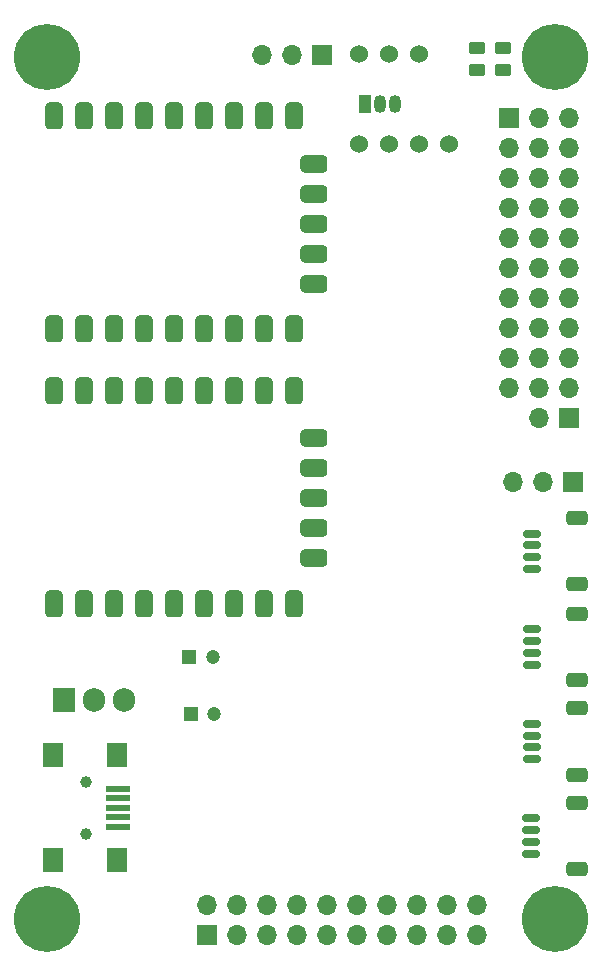
<source format=gts>
%TF.GenerationSoftware,KiCad,Pcbnew,7.0.10*%
%TF.CreationDate,2024-08-04T17:16:23+10:00*%
%TF.ProjectId,AI4R-SENSORPCB,41493452-2d53-4454-9e53-4f525043422e,rev?*%
%TF.SameCoordinates,Original*%
%TF.FileFunction,Soldermask,Top*%
%TF.FilePolarity,Negative*%
%FSLAX46Y46*%
G04 Gerber Fmt 4.6, Leading zero omitted, Abs format (unit mm)*
G04 Created by KiCad (PCBNEW 7.0.10) date 2024-08-04 17:16:23*
%MOMM*%
%LPD*%
G01*
G04 APERTURE LIST*
G04 Aperture macros list*
%AMRoundRect*
0 Rectangle with rounded corners*
0 $1 Rounding radius*
0 $2 $3 $4 $5 $6 $7 $8 $9 X,Y pos of 4 corners*
0 Add a 4 corners polygon primitive as box body*
4,1,4,$2,$3,$4,$5,$6,$7,$8,$9,$2,$3,0*
0 Add four circle primitives for the rounded corners*
1,1,$1+$1,$2,$3*
1,1,$1+$1,$4,$5*
1,1,$1+$1,$6,$7*
1,1,$1+$1,$8,$9*
0 Add four rect primitives between the rounded corners*
20,1,$1+$1,$2,$3,$4,$5,0*
20,1,$1+$1,$4,$5,$6,$7,0*
20,1,$1+$1,$6,$7,$8,$9,0*
20,1,$1+$1,$8,$9,$2,$3,0*%
G04 Aperture macros list end*
%ADD10RoundRect,0.150000X0.625000X-0.150000X0.625000X0.150000X-0.625000X0.150000X-0.625000X-0.150000X0*%
%ADD11RoundRect,0.250000X0.650000X-0.350000X0.650000X0.350000X-0.650000X0.350000X-0.650000X-0.350000X0*%
%ADD12RoundRect,0.381000X0.381000X-0.762000X0.381000X0.762000X-0.381000X0.762000X-0.381000X-0.762000X0*%
%ADD13RoundRect,0.381000X0.762000X0.381000X-0.762000X0.381000X-0.762000X-0.381000X0.762000X-0.381000X0*%
%ADD14RoundRect,0.381000X-0.381000X0.762000X-0.381000X-0.762000X0.381000X-0.762000X0.381000X0.762000X0*%
%ADD15C,1.000000*%
%ADD16R,2.000000X0.500000*%
%ADD17R,1.700000X2.000000*%
%ADD18C,5.600000*%
%ADD19R,1.200000X1.200000*%
%ADD20C,1.200000*%
%ADD21R,1.700000X1.700000*%
%ADD22O,1.700000X1.700000*%
%ADD23C,1.524000*%
%ADD24RoundRect,0.250000X-0.450000X0.262500X-0.450000X-0.262500X0.450000X-0.262500X0.450000X0.262500X0*%
%ADD25R,1.050000X1.500000*%
%ADD26O,1.050000X1.500000*%
%ADD27R,1.905000X2.000000*%
%ADD28O,1.905000X2.000000*%
G04 APERTURE END LIST*
D10*
%TO.C,J3*%
X56470000Y-83000000D03*
X56470000Y-82000000D03*
X56470000Y-81000000D03*
X56470000Y-80000000D03*
D11*
X60345000Y-84300000D03*
X60345000Y-78700000D03*
%TD*%
D12*
%TO.C,RP2*%
X16030000Y-20575000D03*
X18570000Y-20575000D03*
X21110000Y-20575000D03*
X23650000Y-20575000D03*
X26190000Y-20575000D03*
X28730000Y-20575000D03*
X31270000Y-20575000D03*
X33810000Y-20575000D03*
X36350000Y-20575000D03*
D13*
X38100000Y-24575000D03*
X38100000Y-27115000D03*
X38100000Y-29655000D03*
X38100000Y-32195000D03*
X38100000Y-34735000D03*
D14*
X36350000Y-38575000D03*
X33810000Y-38575000D03*
X31270000Y-38575000D03*
X28730000Y-38575000D03*
X26190000Y-38575000D03*
X23650000Y-38575000D03*
X21110000Y-38575000D03*
X18570000Y-38575000D03*
X16030000Y-38575000D03*
%TD*%
D10*
%TO.C,J4*%
X56500000Y-58900000D03*
X56500000Y-57900000D03*
X56500000Y-56900000D03*
X56500000Y-55900000D03*
D11*
X60375000Y-60200000D03*
X60375000Y-54600000D03*
%TD*%
D15*
%TO.C,J11*%
X18800000Y-76900000D03*
X18800000Y-81300000D03*
D16*
X21500000Y-77500000D03*
X21500000Y-78300000D03*
X21500000Y-79100000D03*
X21500000Y-79900000D03*
X21500000Y-80700000D03*
D17*
X21400000Y-74650000D03*
X15950000Y-74650000D03*
X21400000Y-83550000D03*
X15950000Y-83550000D03*
%TD*%
D18*
%TO.C,H2*%
X58500000Y-15500000D03*
%TD*%
D19*
%TO.C,C2*%
X27500000Y-66300000D03*
D20*
X29500000Y-66300000D03*
%TD*%
D21*
%TO.C,J6*%
X59700000Y-46120000D03*
D22*
X57160000Y-46120000D03*
X59700000Y-43580000D03*
X57160000Y-43580000D03*
X59700000Y-41040000D03*
X57160000Y-41040000D03*
X59700000Y-38500000D03*
X57160000Y-38500000D03*
X59700000Y-35960000D03*
X57160000Y-35960000D03*
X59700000Y-33420000D03*
X57160000Y-33420000D03*
X59700000Y-30880000D03*
X57160000Y-30880000D03*
X59700000Y-28340000D03*
X57160000Y-28340000D03*
X59700000Y-25800000D03*
X57160000Y-25800000D03*
X59700000Y-23260000D03*
X57160000Y-23260000D03*
X59700000Y-20720000D03*
X57160000Y-20720000D03*
%TD*%
D21*
%TO.C,J8*%
X54560000Y-20720000D03*
D22*
X54560000Y-23260000D03*
X54560000Y-25800000D03*
X54560000Y-28340000D03*
X54560000Y-30880000D03*
X54560000Y-33420000D03*
X54560000Y-35960000D03*
X54560000Y-38500000D03*
X54560000Y-41040000D03*
X54560000Y-43580000D03*
%TD*%
D18*
%TO.C,H4*%
X15500000Y-88500000D03*
%TD*%
D12*
%TO.C,RP1*%
X16030000Y-43825000D03*
X18570000Y-43825000D03*
X21110000Y-43825000D03*
X23650000Y-43825000D03*
X26190000Y-43825000D03*
X28730000Y-43825000D03*
X31270000Y-43825000D03*
X33810000Y-43825000D03*
X36350000Y-43825000D03*
D13*
X38100000Y-47825000D03*
X38100000Y-50365000D03*
X38100000Y-52905000D03*
X38100000Y-55445000D03*
X38100000Y-57985000D03*
D14*
X36350000Y-61825000D03*
X33810000Y-61825000D03*
X31270000Y-61825000D03*
X28730000Y-61825000D03*
X26190000Y-61825000D03*
X23650000Y-61825000D03*
X21110000Y-61825000D03*
X18570000Y-61825000D03*
X16030000Y-61825000D03*
%TD*%
D23*
%TO.C,U2*%
X46950000Y-15270000D03*
X44410000Y-15270000D03*
X41870000Y-15270000D03*
X41920000Y-22890000D03*
X44460000Y-22890000D03*
X47000000Y-22890000D03*
X49540000Y-22890000D03*
%TD*%
D10*
%TO.C,J2*%
X56500000Y-75000000D03*
X56500000Y-74000000D03*
X56500000Y-73000000D03*
X56500000Y-72000000D03*
D11*
X60375000Y-76300000D03*
X60375000Y-70700000D03*
%TD*%
D21*
%TO.C,J10*%
X28993500Y-89840000D03*
D22*
X28993500Y-87300000D03*
X31533500Y-89840000D03*
X31533500Y-87300000D03*
X34073500Y-89840000D03*
X34073500Y-87300000D03*
X36613500Y-89840000D03*
X36613500Y-87300000D03*
X39153500Y-89840000D03*
X39153500Y-87300000D03*
X41693500Y-89840000D03*
X41693500Y-87300000D03*
X44233500Y-89840000D03*
X44233500Y-87300000D03*
X46773500Y-89840000D03*
X46773500Y-87300000D03*
X49313500Y-89840000D03*
X49313500Y-87300000D03*
X51853500Y-89840000D03*
X51853500Y-87300000D03*
%TD*%
D24*
%TO.C,R1*%
X51900000Y-14787500D03*
X51900000Y-16612500D03*
%TD*%
D19*
%TO.C,C1*%
X27627401Y-71200000D03*
D20*
X29627401Y-71200000D03*
%TD*%
D25*
%TO.C,Q1*%
X42360000Y-19500000D03*
D26*
X43630000Y-19500000D03*
X44900000Y-19500000D03*
%TD*%
D21*
%TO.C,J7*%
X38725000Y-15400000D03*
D22*
X36185000Y-15400000D03*
X33645000Y-15400000D03*
%TD*%
D27*
%TO.C,U3*%
X16900000Y-70000000D03*
D28*
X19440000Y-70000000D03*
X21980000Y-70000000D03*
%TD*%
D18*
%TO.C,H3*%
X58500000Y-88500000D03*
%TD*%
D10*
%TO.C,J5*%
X56500000Y-67000000D03*
X56500000Y-66000000D03*
X56500000Y-65000000D03*
X56500000Y-64000000D03*
D11*
X60375000Y-68300000D03*
X60375000Y-62700000D03*
%TD*%
D21*
%TO.C,J9*%
X60000000Y-51500000D03*
D22*
X57460000Y-51500000D03*
X54920000Y-51500000D03*
%TD*%
D18*
%TO.C,H1*%
X15500000Y-15500000D03*
%TD*%
D24*
%TO.C,R2*%
X54100000Y-14787500D03*
X54100000Y-16612500D03*
%TD*%
M02*

</source>
